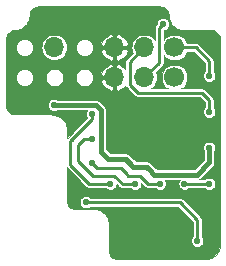
<source format=gbl>
%TF.GenerationSoftware,KiCad,Pcbnew,(5.1.2-1)-1*%
%TF.CreationDate,2020-09-09T12:05:02+02:00*%
%TF.ProjectId,N64 RGB AMP v1,4e363420-5247-4422-9041-4d502076312e,2.21*%
%TF.SameCoordinates,Original*%
%TF.FileFunction,Copper,L2,Bot*%
%TF.FilePolarity,Positive*%
%FSLAX46Y46*%
G04 Gerber Fmt 4.6, Leading zero omitted, Abs format (unit mm)*
G04 Created by KiCad (PCBNEW (5.1.2-1)-1) date 2020-09-09 12:05:02*
%MOMM*%
%LPD*%
G04 APERTURE LIST*
%ADD10O,1.700000X1.700000*%
%ADD11C,1.700000*%
%ADD12C,0.553720*%
%ADD13C,0.400000*%
%ADD14C,0.400000*%
%ADD15C,0.250000*%
%ADD16C,0.100000*%
G04 APERTURE END LIST*
D10*
X124385000Y-149205000D03*
X129465000Y-151745000D03*
X129465000Y-149205000D03*
X132005000Y-151745000D03*
X132005000Y-149205000D03*
D11*
X134545000Y-151745000D03*
X134545000Y-149205000D03*
D12*
X133560200Y-147242300D03*
X131212300Y-160739800D03*
X133302300Y-160739800D03*
X127580200Y-156922300D03*
X127032300Y-162314800D03*
X136470000Y-165557500D03*
X127580200Y-154832300D03*
X129122300Y-160739800D03*
X127580200Y-159012300D03*
X137482300Y-160739800D03*
X137482300Y-157689800D03*
X124345000Y-154071000D03*
X135392300Y-160739800D03*
X137482300Y-151589800D03*
X137482300Y-154639800D03*
X131985200Y-147242300D03*
D13*
X137225000Y-163315000D03*
X137725000Y-163315000D03*
X136335000Y-166715000D03*
X136835000Y-166715000D03*
X135835000Y-166715000D03*
X132175000Y-157405000D03*
X132425000Y-156855000D03*
X131425000Y-156855000D03*
X131675000Y-156305000D03*
X131675000Y-157405000D03*
X132175000Y-156305000D03*
X120450000Y-152190000D03*
X120450000Y-150390000D03*
X120450000Y-153990000D03*
X120450000Y-148590000D03*
X125140000Y-146190000D03*
X138240000Y-161510000D03*
X138240000Y-158460000D03*
X138240000Y-155410000D03*
X138240000Y-152360000D03*
X138240000Y-149310000D03*
X137335000Y-166715000D03*
X131175000Y-157405000D03*
X130925000Y-156855000D03*
X131175000Y-156305000D03*
X131925000Y-156855000D03*
X122835200Y-148590000D03*
D14*
X134629600Y-159970000D02*
X133900000Y-159970000D01*
D15*
X135392300Y-160739800D02*
X137482300Y-160739800D01*
X133560200Y-147242300D02*
X133560200Y-147279800D01*
D14*
X130420000Y-158640000D02*
X130630000Y-158850000D01*
X132530000Y-159660000D02*
X132400000Y-159530000D01*
X130760000Y-158980000D02*
X130630000Y-158850000D01*
X132190000Y-159320000D02*
X132400000Y-159530000D01*
D15*
X126375000Y-156475000D02*
X125839800Y-157010200D01*
X125740000Y-157110000D02*
X126375000Y-156475000D01*
X127345000Y-155505000D02*
X126375000Y-156475000D01*
X126527500Y-157287500D02*
X126892700Y-156922300D01*
X127580200Y-154832300D02*
X127580200Y-155269800D01*
X127580200Y-155269800D02*
X127345000Y-155505000D01*
X126360000Y-157930000D02*
X126360000Y-157455000D01*
X126360000Y-157455000D02*
X126527500Y-157287500D01*
X126360000Y-157930000D02*
X126360000Y-157535000D01*
X125740000Y-157990000D02*
X125740000Y-159150000D01*
X126892700Y-156922300D02*
X127580200Y-156922300D01*
X127580200Y-159012300D02*
X127582300Y-159012300D01*
X128740000Y-160050000D02*
X127620000Y-160050000D01*
X130149800Y-160739800D02*
X129460000Y-160050000D01*
X131212300Y-160739800D02*
X130149800Y-160739800D01*
X129122300Y-160739800D02*
X127329800Y-160739800D01*
X127580200Y-154832300D02*
X127580200Y-155219800D01*
X127032300Y-162314800D02*
X134994800Y-162314800D01*
X129980000Y-159380000D02*
X130350000Y-159750000D01*
X130650000Y-160050000D02*
X130350000Y-159750000D01*
X127582300Y-159012300D02*
X127950000Y-159380000D01*
X128450000Y-159380000D02*
X128630000Y-159380000D01*
X127950000Y-159380000D02*
X128450000Y-159380000D01*
X125740000Y-157990000D02*
X125740000Y-157110000D01*
X129460000Y-160050000D02*
X128740000Y-160050000D01*
X127580200Y-159012300D02*
X127652300Y-159012300D01*
X132329800Y-160739800D02*
X131640000Y-160050000D01*
X133302300Y-160739800D02*
X132329800Y-160739800D01*
X131640000Y-160050000D02*
X130650000Y-160050000D01*
X127580200Y-154832300D02*
X127580200Y-154869800D01*
X129122300Y-160739800D02*
X128879800Y-160739800D01*
X126360000Y-158300000D02*
X126360000Y-158790000D01*
X127620000Y-160050000D02*
X126605000Y-159035000D01*
X126360000Y-158790000D02*
X126605000Y-159035000D01*
X126360000Y-158690000D02*
X126360000Y-158300000D01*
X127329800Y-160739800D02*
X125740000Y-159150000D01*
X126360000Y-158300000D02*
X126360000Y-157930000D01*
X128450000Y-159380000D02*
X129980000Y-159380000D01*
X130350000Y-159750000D02*
X130560000Y-159960000D01*
X133560200Y-147242300D02*
X133557700Y-147242300D01*
X133270000Y-147530000D02*
X133270000Y-150480000D01*
X133557700Y-147242300D02*
X133270000Y-147530000D01*
X133270000Y-150480000D02*
X132005000Y-151745000D01*
D14*
X131880000Y-159290000D02*
X132160000Y-159290000D01*
D15*
X136470000Y-163790000D02*
X136470000Y-165557500D01*
X134994800Y-162314800D02*
X136470000Y-163790000D01*
D14*
X133900000Y-159970000D02*
X132840000Y-159970000D01*
X132160000Y-159290000D02*
X132360000Y-159490000D01*
X132840000Y-159970000D02*
X132360000Y-159490000D01*
X132360000Y-159490000D02*
X132190000Y-159320000D01*
X128330000Y-158020000D02*
X128920000Y-158610000D01*
X128920000Y-158610000D02*
X130390000Y-158610000D01*
X130390000Y-158610000D02*
X131070000Y-159290000D01*
X131660000Y-159290000D02*
X131550000Y-159290000D01*
X131550000Y-159290000D02*
X131880000Y-159290000D01*
X131310000Y-159290000D02*
X131550000Y-159290000D01*
X131070000Y-159290000D02*
X131660000Y-159290000D01*
X131660000Y-159290000D02*
X132130000Y-159290000D01*
X137482300Y-158927700D02*
X137482300Y-157689800D01*
X136440000Y-159970000D02*
X137482300Y-158927700D01*
X133900000Y-159970000D02*
X136440000Y-159970000D01*
D15*
X130740000Y-150470000D02*
X132005000Y-149205000D01*
X137482300Y-151589800D02*
X137482300Y-150352300D01*
X136335000Y-149205000D02*
X134545000Y-149205000D01*
X137482300Y-150352300D02*
X136335000Y-149205000D01*
X130740000Y-150860000D02*
X130740000Y-152320000D01*
X131060000Y-152640000D02*
X130790000Y-152370000D01*
X130740000Y-152320000D02*
X131060000Y-152640000D01*
X130740000Y-150860000D02*
X130740000Y-150470000D01*
X131060000Y-152640000D02*
X131220000Y-152800000D01*
X131220000Y-152800000D02*
X131460000Y-153040000D01*
X137482300Y-154639800D02*
X137482300Y-153672300D01*
X136850000Y-153040000D02*
X131460000Y-153040000D01*
X137482300Y-153672300D02*
X136850000Y-153040000D01*
D14*
X124345000Y-154071000D02*
X126639000Y-154071000D01*
X127861000Y-154071000D02*
X128045000Y-154255000D01*
X127141000Y-154071000D02*
X127861000Y-154071000D01*
X127141000Y-154071000D02*
X127771000Y-154071000D01*
X128045000Y-154255000D02*
X128310000Y-154520000D01*
X126639000Y-154071000D02*
X127141000Y-154071000D01*
X128330000Y-155470000D02*
X128330000Y-154540000D01*
X128330000Y-154630000D02*
X128330000Y-155470000D01*
X128330000Y-154540000D02*
X128045000Y-154255000D01*
X128330000Y-155470000D02*
X128330000Y-158020000D01*
D16*
G36*
X133445443Y-145745460D02*
G01*
X133585346Y-145787699D01*
X133714381Y-145856308D01*
X133827631Y-145948672D01*
X133920785Y-146061275D01*
X133990290Y-146189823D01*
X134033508Y-146329437D01*
X134050021Y-146486541D01*
X134050025Y-146487840D01*
X134051129Y-146498716D01*
X134051053Y-146509639D01*
X134051394Y-146513114D01*
X134071795Y-146707211D01*
X134076350Y-146729403D01*
X134080596Y-146751663D01*
X134081605Y-146755005D01*
X134139317Y-146941443D01*
X134148088Y-146962307D01*
X134156585Y-146983339D01*
X134158225Y-146986422D01*
X134251050Y-147158098D01*
X134263705Y-147176861D01*
X134276127Y-147195844D01*
X134278328Y-147198542D01*
X134278333Y-147198549D01*
X134278339Y-147198555D01*
X134402738Y-147348927D01*
X134418790Y-147364868D01*
X134434668Y-147381082D01*
X134437353Y-147383302D01*
X134437359Y-147383308D01*
X134437366Y-147383312D01*
X134588601Y-147506657D01*
X134607450Y-147519181D01*
X134626169Y-147531998D01*
X134629240Y-147533658D01*
X134801563Y-147625283D01*
X134822501Y-147633913D01*
X134843337Y-147642844D01*
X134846666Y-147643874D01*
X134846673Y-147643877D01*
X134846680Y-147643878D01*
X135033508Y-147700285D01*
X135055719Y-147704683D01*
X135077898Y-147709397D01*
X135081370Y-147709762D01*
X135275604Y-147728807D01*
X135275613Y-147728807D01*
X135287725Y-147730000D01*
X137637771Y-147730000D01*
X137795443Y-147745460D01*
X137935346Y-147787699D01*
X138064381Y-147856308D01*
X138177631Y-147948672D01*
X138270785Y-148061275D01*
X138340290Y-148189823D01*
X138383508Y-148329437D01*
X138400001Y-148486356D01*
X138400000Y-165857772D01*
X138375018Y-166112560D01*
X138304574Y-166345881D01*
X138190153Y-166561075D01*
X138036115Y-166749945D01*
X137848320Y-166905303D01*
X137633932Y-167021223D01*
X137401107Y-167093294D01*
X137147013Y-167120000D01*
X129742228Y-167120000D01*
X129586498Y-167104731D01*
X129448465Y-167063056D01*
X129321154Y-166995363D01*
X129209418Y-166904234D01*
X129117506Y-166793132D01*
X129048927Y-166666298D01*
X129006288Y-166528554D01*
X128990000Y-166373584D01*
X128990000Y-164127725D01*
X128988904Y-164116593D01*
X128988947Y-164110360D01*
X128988606Y-164106886D01*
X128968205Y-163912789D01*
X128963650Y-163890597D01*
X128959404Y-163868337D01*
X128958395Y-163864995D01*
X128900683Y-163678557D01*
X128891918Y-163657706D01*
X128883415Y-163636660D01*
X128881775Y-163633578D01*
X128788950Y-163461901D01*
X128776294Y-163443137D01*
X128763873Y-163424156D01*
X128761666Y-163421450D01*
X128637262Y-163271073D01*
X128621210Y-163255132D01*
X128605332Y-163238918D01*
X128602647Y-163236698D01*
X128602641Y-163236692D01*
X128602634Y-163236688D01*
X128451399Y-163113343D01*
X128432550Y-163100819D01*
X128413831Y-163088002D01*
X128410760Y-163086342D01*
X128238438Y-162994717D01*
X128217526Y-162986098D01*
X128196663Y-162977156D01*
X128193328Y-162976124D01*
X128006492Y-162919715D01*
X127984266Y-162915314D01*
X127962101Y-162910603D01*
X127958630Y-162910238D01*
X127764396Y-162891193D01*
X127764387Y-162891193D01*
X127752275Y-162890000D01*
X126182228Y-162890000D01*
X126026498Y-162874731D01*
X125888465Y-162833056D01*
X125761154Y-162765363D01*
X125649418Y-162674234D01*
X125557506Y-162563132D01*
X125488927Y-162436298D01*
X125446288Y-162298554D01*
X125442594Y-162263401D01*
X126510440Y-162263401D01*
X126510440Y-162366199D01*
X126530495Y-162467021D01*
X126569834Y-162561993D01*
X126626945Y-162647466D01*
X126699634Y-162720155D01*
X126785107Y-162777266D01*
X126880079Y-162816605D01*
X126980901Y-162836660D01*
X127083699Y-162836660D01*
X127184521Y-162816605D01*
X127279493Y-162777266D01*
X127364966Y-162720155D01*
X127400321Y-162684800D01*
X134841542Y-162684800D01*
X136100000Y-163943259D01*
X136100001Y-165189478D01*
X136064645Y-165224834D01*
X136007534Y-165310307D01*
X135968195Y-165405279D01*
X135948140Y-165506101D01*
X135948140Y-165608899D01*
X135968195Y-165709721D01*
X136007534Y-165804693D01*
X136064645Y-165890166D01*
X136137334Y-165962855D01*
X136222807Y-166019966D01*
X136317779Y-166059305D01*
X136418601Y-166079360D01*
X136521399Y-166079360D01*
X136622221Y-166059305D01*
X136717193Y-166019966D01*
X136802666Y-165962855D01*
X136875355Y-165890166D01*
X136932466Y-165804693D01*
X136971805Y-165709721D01*
X136991860Y-165608899D01*
X136991860Y-165506101D01*
X136971805Y-165405279D01*
X136932466Y-165310307D01*
X136875355Y-165224834D01*
X136840000Y-165189479D01*
X136840000Y-163808164D01*
X136841789Y-163790000D01*
X136840000Y-163771836D01*
X136840000Y-163771826D01*
X136834646Y-163717467D01*
X136813489Y-163647722D01*
X136779132Y-163583445D01*
X136748738Y-163546410D01*
X136744480Y-163541221D01*
X136744478Y-163541219D01*
X136732895Y-163527105D01*
X136718782Y-163515523D01*
X135269283Y-162066025D01*
X135257695Y-162051905D01*
X135201355Y-162005668D01*
X135137078Y-161971311D01*
X135067333Y-161950154D01*
X135012974Y-161944800D01*
X135012963Y-161944800D01*
X134994800Y-161943011D01*
X134976637Y-161944800D01*
X127400321Y-161944800D01*
X127364966Y-161909445D01*
X127279493Y-161852334D01*
X127184521Y-161812995D01*
X127083699Y-161792940D01*
X126980901Y-161792940D01*
X126880079Y-161812995D01*
X126785107Y-161852334D01*
X126699634Y-161909445D01*
X126626945Y-161982134D01*
X126569834Y-162067607D01*
X126530495Y-162162579D01*
X126510440Y-162263401D01*
X125442594Y-162263401D01*
X125430000Y-162143584D01*
X125430000Y-159354931D01*
X125430868Y-159356555D01*
X125465520Y-159398778D01*
X125477106Y-159412895D01*
X125491220Y-159424478D01*
X127055322Y-160988581D01*
X127066905Y-161002695D01*
X127123245Y-161048932D01*
X127187522Y-161083289D01*
X127257267Y-161104446D01*
X127311626Y-161109800D01*
X127311636Y-161109800D01*
X127329800Y-161111589D01*
X127347964Y-161109800D01*
X128754279Y-161109800D01*
X128789634Y-161145155D01*
X128875107Y-161202266D01*
X128970079Y-161241605D01*
X129070901Y-161261660D01*
X129173699Y-161261660D01*
X129274521Y-161241605D01*
X129369493Y-161202266D01*
X129454966Y-161145155D01*
X129527655Y-161072466D01*
X129584766Y-160986993D01*
X129624105Y-160892021D01*
X129644160Y-160791199D01*
X129644160Y-160757419D01*
X129875322Y-160988581D01*
X129886905Y-161002695D01*
X129901019Y-161014278D01*
X129901021Y-161014280D01*
X129943245Y-161048932D01*
X130007522Y-161083289D01*
X130077267Y-161104446D01*
X130149800Y-161111590D01*
X130167974Y-161109800D01*
X130844279Y-161109800D01*
X130879634Y-161145155D01*
X130965107Y-161202266D01*
X131060079Y-161241605D01*
X131160901Y-161261660D01*
X131263699Y-161261660D01*
X131364521Y-161241605D01*
X131459493Y-161202266D01*
X131544966Y-161145155D01*
X131617655Y-161072466D01*
X131674766Y-160986993D01*
X131714105Y-160892021D01*
X131734160Y-160791199D01*
X131734160Y-160688401D01*
X131728950Y-160662208D01*
X132055322Y-160988581D01*
X132066905Y-161002695D01*
X132081019Y-161014278D01*
X132081021Y-161014280D01*
X132123245Y-161048932D01*
X132187522Y-161083289D01*
X132257267Y-161104446D01*
X132329800Y-161111590D01*
X132347974Y-161109800D01*
X132934279Y-161109800D01*
X132969634Y-161145155D01*
X133055107Y-161202266D01*
X133150079Y-161241605D01*
X133250901Y-161261660D01*
X133353699Y-161261660D01*
X133454521Y-161241605D01*
X133549493Y-161202266D01*
X133634966Y-161145155D01*
X133707655Y-161072466D01*
X133764766Y-160986993D01*
X133804105Y-160892021D01*
X133824160Y-160791199D01*
X133824160Y-160688401D01*
X133804105Y-160587579D01*
X133764766Y-160492607D01*
X133712911Y-160415000D01*
X134981689Y-160415000D01*
X134929834Y-160492607D01*
X134890495Y-160587579D01*
X134870440Y-160688401D01*
X134870440Y-160791199D01*
X134890495Y-160892021D01*
X134929834Y-160986993D01*
X134986945Y-161072466D01*
X135059634Y-161145155D01*
X135145107Y-161202266D01*
X135240079Y-161241605D01*
X135340901Y-161261660D01*
X135443699Y-161261660D01*
X135544521Y-161241605D01*
X135639493Y-161202266D01*
X135724966Y-161145155D01*
X135760321Y-161109800D01*
X137114279Y-161109800D01*
X137149634Y-161145155D01*
X137235107Y-161202266D01*
X137330079Y-161241605D01*
X137430901Y-161261660D01*
X137533699Y-161261660D01*
X137634521Y-161241605D01*
X137729493Y-161202266D01*
X137814966Y-161145155D01*
X137887655Y-161072466D01*
X137944766Y-160986993D01*
X137984105Y-160892021D01*
X138004160Y-160791199D01*
X138004160Y-160688401D01*
X137984105Y-160587579D01*
X137944766Y-160492607D01*
X137887655Y-160407134D01*
X137814966Y-160334445D01*
X137729493Y-160277334D01*
X137634521Y-160237995D01*
X137533699Y-160217940D01*
X137430901Y-160217940D01*
X137330079Y-160237995D01*
X137235107Y-160277334D01*
X137149634Y-160334445D01*
X137114279Y-160369800D01*
X136636030Y-160369800D01*
X136688425Y-160341794D01*
X136756185Y-160286185D01*
X136770125Y-160269199D01*
X137781511Y-159257815D01*
X137798485Y-159243885D01*
X137812416Y-159226910D01*
X137812420Y-159226906D01*
X137854094Y-159176125D01*
X137855328Y-159173816D01*
X137895416Y-159098818D01*
X137920861Y-159014935D01*
X137927300Y-158949560D01*
X137927300Y-158949559D01*
X137929453Y-158927700D01*
X137927300Y-158905840D01*
X137927300Y-157963133D01*
X137944766Y-157936993D01*
X137984105Y-157842021D01*
X138004160Y-157741199D01*
X138004160Y-157638401D01*
X137984105Y-157537579D01*
X137944766Y-157442607D01*
X137887655Y-157357134D01*
X137814966Y-157284445D01*
X137729493Y-157227334D01*
X137634521Y-157187995D01*
X137533699Y-157167940D01*
X137430901Y-157167940D01*
X137330079Y-157187995D01*
X137235107Y-157227334D01*
X137149634Y-157284445D01*
X137076945Y-157357134D01*
X137019834Y-157442607D01*
X136980495Y-157537579D01*
X136960440Y-157638401D01*
X136960440Y-157741199D01*
X136980495Y-157842021D01*
X137019834Y-157936993D01*
X137037301Y-157963134D01*
X137037300Y-158743374D01*
X136255676Y-159525000D01*
X133024325Y-159525000D01*
X132659205Y-159159881D01*
X132490125Y-158990801D01*
X132476185Y-158973815D01*
X132408425Y-158918206D01*
X132331118Y-158876884D01*
X132247235Y-158851439D01*
X132181860Y-158845000D01*
X132160000Y-158842847D01*
X132138140Y-158845000D01*
X131254325Y-158845000D01*
X130720125Y-158310801D01*
X130706185Y-158293815D01*
X130638425Y-158238206D01*
X130561118Y-158196884D01*
X130477235Y-158171439D01*
X130411860Y-158165000D01*
X130390000Y-158162847D01*
X130368140Y-158165000D01*
X129104325Y-158165000D01*
X128775000Y-157835676D01*
X128775000Y-154561860D01*
X128777153Y-154540000D01*
X128768561Y-154452765D01*
X128766791Y-154446931D01*
X128743116Y-154368882D01*
X128701794Y-154291575D01*
X128646185Y-154223815D01*
X128629199Y-154209875D01*
X128191125Y-153771801D01*
X128177185Y-153754815D01*
X128109425Y-153699206D01*
X128032118Y-153657884D01*
X127948235Y-153632439D01*
X127882860Y-153626000D01*
X127861000Y-153623847D01*
X127839140Y-153626000D01*
X124618333Y-153626000D01*
X124592193Y-153608534D01*
X124497221Y-153569195D01*
X124396399Y-153549140D01*
X124293601Y-153549140D01*
X124192779Y-153569195D01*
X124097807Y-153608534D01*
X124012334Y-153665645D01*
X123939645Y-153738334D01*
X123882534Y-153823807D01*
X123843195Y-153918779D01*
X123823140Y-154019601D01*
X123823140Y-154122399D01*
X123843195Y-154223221D01*
X123882534Y-154318193D01*
X123939645Y-154403666D01*
X124012334Y-154476355D01*
X124097807Y-154533466D01*
X124192779Y-154572805D01*
X124293601Y-154592860D01*
X124396399Y-154592860D01*
X124497221Y-154572805D01*
X124592193Y-154533466D01*
X124618333Y-154516000D01*
X127163910Y-154516000D01*
X127117734Y-154585107D01*
X127078395Y-154680079D01*
X127058340Y-154780901D01*
X127058340Y-154883699D01*
X127078395Y-154984521D01*
X127117734Y-155079493D01*
X127169610Y-155157132D01*
X127096227Y-155230515D01*
X127096221Y-155230520D01*
X126126226Y-156200516D01*
X126126221Y-156200520D01*
X125491220Y-156835522D01*
X125477106Y-156847105D01*
X125465523Y-156861219D01*
X125465520Y-156861222D01*
X125430868Y-156903445D01*
X125430000Y-156905069D01*
X125430000Y-156117725D01*
X125428904Y-156106593D01*
X125428947Y-156100360D01*
X125428606Y-156096886D01*
X125408205Y-155902789D01*
X125403650Y-155880597D01*
X125399404Y-155858337D01*
X125398395Y-155854995D01*
X125340683Y-155668557D01*
X125331918Y-155647706D01*
X125323415Y-155626660D01*
X125321775Y-155623578D01*
X125228950Y-155451901D01*
X125216294Y-155433137D01*
X125203873Y-155414156D01*
X125201666Y-155411450D01*
X125077262Y-155261073D01*
X125061210Y-155245132D01*
X125045332Y-155228918D01*
X125042647Y-155226698D01*
X125042641Y-155226692D01*
X125042634Y-155226688D01*
X124891399Y-155103343D01*
X124872550Y-155090819D01*
X124853831Y-155078002D01*
X124850760Y-155076342D01*
X124678438Y-154984717D01*
X124657526Y-154976098D01*
X124636663Y-154967156D01*
X124633328Y-154966124D01*
X124446492Y-154909715D01*
X124424266Y-154905314D01*
X124402101Y-154900603D01*
X124398630Y-154900238D01*
X124204396Y-154881193D01*
X124204387Y-154881193D01*
X124192275Y-154880000D01*
X121042229Y-154880000D01*
X120884557Y-154864540D01*
X120744654Y-154822301D01*
X120615617Y-154753691D01*
X120502371Y-154661330D01*
X120409215Y-154548724D01*
X120339709Y-154420175D01*
X120296492Y-154280563D01*
X120280000Y-154123654D01*
X120280000Y-151671624D01*
X121100000Y-151671624D01*
X121100000Y-151818376D01*
X121128630Y-151962309D01*
X121184789Y-152097890D01*
X121266321Y-152219910D01*
X121370090Y-152323679D01*
X121492110Y-152405211D01*
X121627691Y-152461370D01*
X121771624Y-152490000D01*
X121918376Y-152490000D01*
X122062309Y-152461370D01*
X122197890Y-152405211D01*
X122319910Y-152323679D01*
X122423679Y-152219910D01*
X122505211Y-152097890D01*
X122561370Y-151962309D01*
X122590000Y-151818376D01*
X122590000Y-151745000D01*
X123636396Y-151745000D01*
X123650780Y-151891045D01*
X123693380Y-152031478D01*
X123762559Y-152160902D01*
X123855657Y-152274343D01*
X123969098Y-152367441D01*
X124098522Y-152436620D01*
X124238955Y-152479220D01*
X124348408Y-152490000D01*
X124421592Y-152490000D01*
X124531045Y-152479220D01*
X124671478Y-152436620D01*
X124800902Y-152367441D01*
X124914343Y-152274343D01*
X125007441Y-152160902D01*
X125076620Y-152031478D01*
X125119220Y-151891045D01*
X125133604Y-151745000D01*
X126176396Y-151745000D01*
X126190780Y-151891045D01*
X126233380Y-152031478D01*
X126302559Y-152160902D01*
X126395657Y-152274343D01*
X126509098Y-152367441D01*
X126638522Y-152436620D01*
X126778955Y-152479220D01*
X126888408Y-152490000D01*
X126961592Y-152490000D01*
X127071045Y-152479220D01*
X127211478Y-152436620D01*
X127340902Y-152367441D01*
X127454343Y-152274343D01*
X127547441Y-152160902D01*
X127599795Y-152062954D01*
X128355659Y-152062954D01*
X128439004Y-152273266D01*
X128561778Y-152463277D01*
X128719262Y-152625685D01*
X128905404Y-152754249D01*
X129113051Y-152844028D01*
X129147047Y-152854334D01*
X129324500Y-152813805D01*
X129324500Y-151885500D01*
X128395578Y-151885500D01*
X128355659Y-152062954D01*
X127599795Y-152062954D01*
X127616620Y-152031478D01*
X127659220Y-151891045D01*
X127673604Y-151745000D01*
X127659220Y-151598955D01*
X127616620Y-151458522D01*
X127599796Y-151427046D01*
X128355659Y-151427046D01*
X128395578Y-151604500D01*
X129324500Y-151604500D01*
X129324500Y-150676195D01*
X129605500Y-150676195D01*
X129605500Y-151604500D01*
X129625500Y-151604500D01*
X129625500Y-151885500D01*
X129605500Y-151885500D01*
X129605500Y-152813805D01*
X129782953Y-152854334D01*
X129816949Y-152844028D01*
X130024596Y-152754249D01*
X130210738Y-152625685D01*
X130368222Y-152463277D01*
X130387680Y-152433163D01*
X130396511Y-152462277D01*
X130430868Y-152526555D01*
X130464445Y-152567468D01*
X130477106Y-152582895D01*
X130491220Y-152594478D01*
X130673846Y-152777105D01*
X130811221Y-152914480D01*
X130811227Y-152914485D01*
X131185517Y-153288775D01*
X131197105Y-153302895D01*
X131227437Y-153327788D01*
X131253444Y-153349132D01*
X131275834Y-153361099D01*
X131317722Y-153383489D01*
X131387467Y-153404646D01*
X131441826Y-153410000D01*
X131441835Y-153410000D01*
X131459999Y-153411789D01*
X131478163Y-153410000D01*
X136696742Y-153410000D01*
X137112301Y-153825560D01*
X137112300Y-154271779D01*
X137076945Y-154307134D01*
X137019834Y-154392607D01*
X136980495Y-154487579D01*
X136960440Y-154588401D01*
X136960440Y-154691199D01*
X136980495Y-154792021D01*
X137019834Y-154886993D01*
X137076945Y-154972466D01*
X137149634Y-155045155D01*
X137235107Y-155102266D01*
X137330079Y-155141605D01*
X137430901Y-155161660D01*
X137533699Y-155161660D01*
X137634521Y-155141605D01*
X137729493Y-155102266D01*
X137814966Y-155045155D01*
X137887655Y-154972466D01*
X137944766Y-154886993D01*
X137984105Y-154792021D01*
X138004160Y-154691199D01*
X138004160Y-154588401D01*
X137984105Y-154487579D01*
X137944766Y-154392607D01*
X137887655Y-154307134D01*
X137852300Y-154271779D01*
X137852300Y-153690463D01*
X137854089Y-153672299D01*
X137852300Y-153654135D01*
X137852300Y-153654126D01*
X137846946Y-153599767D01*
X137825789Y-153530022D01*
X137803399Y-153488134D01*
X137791432Y-153465744D01*
X137756780Y-153423521D01*
X137756778Y-153423519D01*
X137745195Y-153409405D01*
X137731081Y-153397822D01*
X137124483Y-152791225D01*
X137112895Y-152777105D01*
X137056555Y-152730868D01*
X136992278Y-152696511D01*
X136922533Y-152675354D01*
X136868174Y-152670000D01*
X136868163Y-152670000D01*
X136850000Y-152668211D01*
X136831837Y-152670000D01*
X135131587Y-152670000D01*
X135243022Y-152595542D01*
X135395542Y-152443022D01*
X135515376Y-152263677D01*
X135597920Y-152064400D01*
X135640000Y-151852848D01*
X135640000Y-151637152D01*
X135597920Y-151425600D01*
X135515376Y-151226323D01*
X135395542Y-151046978D01*
X135243022Y-150894458D01*
X135063677Y-150774624D01*
X134864400Y-150692080D01*
X134652848Y-150650000D01*
X134437152Y-150650000D01*
X134225600Y-150692080D01*
X134026323Y-150774624D01*
X133846978Y-150894458D01*
X133694458Y-151046978D01*
X133574624Y-151226323D01*
X133492080Y-151425600D01*
X133450000Y-151637152D01*
X133450000Y-151852848D01*
X133492080Y-152064400D01*
X133574624Y-152263677D01*
X133694458Y-152443022D01*
X133846978Y-152595542D01*
X133958413Y-152670000D01*
X132597330Y-152670000D01*
X132616293Y-152659864D01*
X132783028Y-152523028D01*
X132919864Y-152356293D01*
X133021543Y-152166066D01*
X133084156Y-151959657D01*
X133105298Y-151745000D01*
X133084156Y-151530343D01*
X133021543Y-151323934D01*
X132996387Y-151276871D01*
X133518781Y-150754478D01*
X133532895Y-150742895D01*
X133548329Y-150724089D01*
X133579132Y-150686556D01*
X133613489Y-150622278D01*
X133621125Y-150597105D01*
X133634646Y-150552533D01*
X133640000Y-150498174D01*
X133640000Y-150498165D01*
X133641789Y-150480001D01*
X133640000Y-150461837D01*
X133640000Y-149821520D01*
X133694458Y-149903022D01*
X133846978Y-150055542D01*
X134026323Y-150175376D01*
X134225600Y-150257920D01*
X134437152Y-150300000D01*
X134652848Y-150300000D01*
X134864400Y-150257920D01*
X135063677Y-150175376D01*
X135243022Y-150055542D01*
X135395542Y-149903022D01*
X135515376Y-149723677D01*
X135576961Y-149575000D01*
X136181742Y-149575000D01*
X137112301Y-150505560D01*
X137112300Y-151221779D01*
X137076945Y-151257134D01*
X137019834Y-151342607D01*
X136980495Y-151437579D01*
X136960440Y-151538401D01*
X136960440Y-151641199D01*
X136980495Y-151742021D01*
X137019834Y-151836993D01*
X137076945Y-151922466D01*
X137149634Y-151995155D01*
X137235107Y-152052266D01*
X137330079Y-152091605D01*
X137430901Y-152111660D01*
X137533699Y-152111660D01*
X137634521Y-152091605D01*
X137729493Y-152052266D01*
X137814966Y-151995155D01*
X137887655Y-151922466D01*
X137944766Y-151836993D01*
X137984105Y-151742021D01*
X138004160Y-151641199D01*
X138004160Y-151538401D01*
X137984105Y-151437579D01*
X137944766Y-151342607D01*
X137887655Y-151257134D01*
X137852300Y-151221779D01*
X137852300Y-150370463D01*
X137854089Y-150352299D01*
X137852300Y-150334135D01*
X137852300Y-150334126D01*
X137846946Y-150279767D01*
X137825789Y-150210022D01*
X137803399Y-150168134D01*
X137791432Y-150145744D01*
X137756780Y-150103521D01*
X137756778Y-150103519D01*
X137745195Y-150089405D01*
X137731081Y-150077822D01*
X136609483Y-148956225D01*
X136597895Y-148942105D01*
X136541555Y-148895868D01*
X136477278Y-148861511D01*
X136407533Y-148840354D01*
X136353174Y-148835000D01*
X136353163Y-148835000D01*
X136335000Y-148833211D01*
X136316837Y-148835000D01*
X135576961Y-148835000D01*
X135515376Y-148686323D01*
X135395542Y-148506978D01*
X135243022Y-148354458D01*
X135063677Y-148234624D01*
X134864400Y-148152080D01*
X134652848Y-148110000D01*
X134437152Y-148110000D01*
X134225600Y-148152080D01*
X134026323Y-148234624D01*
X133846978Y-148354458D01*
X133694458Y-148506978D01*
X133640000Y-148588480D01*
X133640000Y-147758511D01*
X133712421Y-147744105D01*
X133807393Y-147704766D01*
X133892866Y-147647655D01*
X133965555Y-147574966D01*
X134022666Y-147489493D01*
X134062005Y-147394521D01*
X134082060Y-147293699D01*
X134082060Y-147190901D01*
X134062005Y-147090079D01*
X134022666Y-146995107D01*
X133965555Y-146909634D01*
X133892866Y-146836945D01*
X133807393Y-146779834D01*
X133712421Y-146740495D01*
X133611599Y-146720440D01*
X133508801Y-146720440D01*
X133407979Y-146740495D01*
X133313007Y-146779834D01*
X133227534Y-146836945D01*
X133154845Y-146909634D01*
X133097734Y-146995107D01*
X133058395Y-147090079D01*
X133038340Y-147190901D01*
X133038340Y-147238402D01*
X133021224Y-147255518D01*
X133007105Y-147267105D01*
X132992834Y-147284495D01*
X132960868Y-147323445D01*
X132928573Y-147383866D01*
X132926511Y-147387723D01*
X132905354Y-147457468D01*
X132900000Y-147511827D01*
X132900000Y-147511837D01*
X132898211Y-147530000D01*
X132900000Y-147548164D01*
X132900000Y-148569503D01*
X132783028Y-148426972D01*
X132616293Y-148290136D01*
X132426066Y-148188457D01*
X132219657Y-148125844D01*
X132058791Y-148110000D01*
X131951209Y-148110000D01*
X131790343Y-148125844D01*
X131583934Y-148188457D01*
X131393707Y-148290136D01*
X131226972Y-148426972D01*
X131090136Y-148593707D01*
X130988457Y-148783934D01*
X130925844Y-148990343D01*
X130904702Y-149205000D01*
X130925844Y-149419657D01*
X130988457Y-149626066D01*
X131013613Y-149673129D01*
X130491220Y-150195522D01*
X130477106Y-150207105D01*
X130465523Y-150221219D01*
X130465520Y-150221222D01*
X130430868Y-150263445D01*
X130396511Y-150327723D01*
X130394569Y-150334126D01*
X130375354Y-150397467D01*
X130370000Y-150451826D01*
X130370000Y-150451837D01*
X130368211Y-150470000D01*
X130370000Y-150488163D01*
X130370000Y-151029475D01*
X130368222Y-151026723D01*
X130210738Y-150864315D01*
X130024596Y-150735751D01*
X129816949Y-150645972D01*
X129782953Y-150635666D01*
X129605500Y-150676195D01*
X129324500Y-150676195D01*
X129147047Y-150635666D01*
X129113051Y-150645972D01*
X128905404Y-150735751D01*
X128719262Y-150864315D01*
X128561778Y-151026723D01*
X128439004Y-151216734D01*
X128355659Y-151427046D01*
X127599796Y-151427046D01*
X127547441Y-151329098D01*
X127454343Y-151215657D01*
X127340902Y-151122559D01*
X127211478Y-151053380D01*
X127071045Y-151010780D01*
X126961592Y-151000000D01*
X126888408Y-151000000D01*
X126778955Y-151010780D01*
X126638522Y-151053380D01*
X126509098Y-151122559D01*
X126395657Y-151215657D01*
X126302559Y-151329098D01*
X126233380Y-151458522D01*
X126190780Y-151598955D01*
X126176396Y-151745000D01*
X125133604Y-151745000D01*
X125119220Y-151598955D01*
X125076620Y-151458522D01*
X125007441Y-151329098D01*
X124914343Y-151215657D01*
X124800902Y-151122559D01*
X124671478Y-151053380D01*
X124531045Y-151010780D01*
X124421592Y-151000000D01*
X124348408Y-151000000D01*
X124238955Y-151010780D01*
X124098522Y-151053380D01*
X123969098Y-151122559D01*
X123855657Y-151215657D01*
X123762559Y-151329098D01*
X123693380Y-151458522D01*
X123650780Y-151598955D01*
X123636396Y-151745000D01*
X122590000Y-151745000D01*
X122590000Y-151671624D01*
X122561370Y-151527691D01*
X122505211Y-151392110D01*
X122423679Y-151270090D01*
X122319910Y-151166321D01*
X122197890Y-151084789D01*
X122062309Y-151028630D01*
X121918376Y-151000000D01*
X121771624Y-151000000D01*
X121627691Y-151028630D01*
X121492110Y-151084789D01*
X121370090Y-151166321D01*
X121266321Y-151270090D01*
X121184789Y-151392110D01*
X121128630Y-151527691D01*
X121100000Y-151671624D01*
X120280000Y-151671624D01*
X120280000Y-149131624D01*
X121100000Y-149131624D01*
X121100000Y-149278376D01*
X121128630Y-149422309D01*
X121184789Y-149557890D01*
X121266321Y-149679910D01*
X121370090Y-149783679D01*
X121492110Y-149865211D01*
X121627691Y-149921370D01*
X121771624Y-149950000D01*
X121918376Y-149950000D01*
X122062309Y-149921370D01*
X122197890Y-149865211D01*
X122319910Y-149783679D01*
X122423679Y-149679910D01*
X122505211Y-149557890D01*
X122561370Y-149422309D01*
X122590000Y-149278376D01*
X122590000Y-149205000D01*
X123284702Y-149205000D01*
X123305844Y-149419657D01*
X123368457Y-149626066D01*
X123470136Y-149816293D01*
X123606972Y-149983028D01*
X123773707Y-150119864D01*
X123963934Y-150221543D01*
X124170343Y-150284156D01*
X124331209Y-150300000D01*
X124438791Y-150300000D01*
X124599657Y-150284156D01*
X124806066Y-150221543D01*
X124996293Y-150119864D01*
X125163028Y-149983028D01*
X125299864Y-149816293D01*
X125401543Y-149626066D01*
X125464156Y-149419657D01*
X125485298Y-149205000D01*
X125478072Y-149131624D01*
X126180000Y-149131624D01*
X126180000Y-149278376D01*
X126208630Y-149422309D01*
X126264789Y-149557890D01*
X126346321Y-149679910D01*
X126450090Y-149783679D01*
X126572110Y-149865211D01*
X126707691Y-149921370D01*
X126851624Y-149950000D01*
X126998376Y-149950000D01*
X127142309Y-149921370D01*
X127277890Y-149865211D01*
X127399910Y-149783679D01*
X127503679Y-149679910D01*
X127585211Y-149557890D01*
X127599681Y-149522954D01*
X128355659Y-149522954D01*
X128439004Y-149733266D01*
X128561778Y-149923277D01*
X128719262Y-150085685D01*
X128905404Y-150214249D01*
X129113051Y-150304028D01*
X129147047Y-150314334D01*
X129324500Y-150273805D01*
X129324500Y-149345500D01*
X129605500Y-149345500D01*
X129605500Y-150273805D01*
X129782953Y-150314334D01*
X129816949Y-150304028D01*
X130024596Y-150214249D01*
X130210738Y-150085685D01*
X130368222Y-149923277D01*
X130490996Y-149733266D01*
X130574341Y-149522954D01*
X130534422Y-149345500D01*
X129605500Y-149345500D01*
X129324500Y-149345500D01*
X128395578Y-149345500D01*
X128355659Y-149522954D01*
X127599681Y-149522954D01*
X127641370Y-149422309D01*
X127670000Y-149278376D01*
X127670000Y-149131624D01*
X127641370Y-148987691D01*
X127599682Y-148887046D01*
X128355659Y-148887046D01*
X128395578Y-149064500D01*
X129324500Y-149064500D01*
X129324500Y-148136195D01*
X129605500Y-148136195D01*
X129605500Y-149064500D01*
X130534422Y-149064500D01*
X130574341Y-148887046D01*
X130490996Y-148676734D01*
X130368222Y-148486723D01*
X130210738Y-148324315D01*
X130024596Y-148195751D01*
X129816949Y-148105972D01*
X129782953Y-148095666D01*
X129605500Y-148136195D01*
X129324500Y-148136195D01*
X129147047Y-148095666D01*
X129113051Y-148105972D01*
X128905404Y-148195751D01*
X128719262Y-148324315D01*
X128561778Y-148486723D01*
X128439004Y-148676734D01*
X128355659Y-148887046D01*
X127599682Y-148887046D01*
X127585211Y-148852110D01*
X127503679Y-148730090D01*
X127399910Y-148626321D01*
X127277890Y-148544789D01*
X127142309Y-148488630D01*
X126998376Y-148460000D01*
X126851624Y-148460000D01*
X126707691Y-148488630D01*
X126572110Y-148544789D01*
X126450090Y-148626321D01*
X126346321Y-148730090D01*
X126264789Y-148852110D01*
X126208630Y-148987691D01*
X126180000Y-149131624D01*
X125478072Y-149131624D01*
X125464156Y-148990343D01*
X125401543Y-148783934D01*
X125299864Y-148593707D01*
X125163028Y-148426972D01*
X124996293Y-148290136D01*
X124806066Y-148188457D01*
X124599657Y-148125844D01*
X124438791Y-148110000D01*
X124331209Y-148110000D01*
X124170343Y-148125844D01*
X123963934Y-148188457D01*
X123773707Y-148290136D01*
X123606972Y-148426972D01*
X123470136Y-148593707D01*
X123368457Y-148783934D01*
X123305844Y-148990343D01*
X123284702Y-149205000D01*
X122590000Y-149205000D01*
X122590000Y-149131624D01*
X122561370Y-148987691D01*
X122505211Y-148852110D01*
X122423679Y-148730090D01*
X122319910Y-148626321D01*
X122197890Y-148544789D01*
X122062309Y-148488630D01*
X121918376Y-148460000D01*
X121771624Y-148460000D01*
X121627691Y-148488630D01*
X121492110Y-148544789D01*
X121370090Y-148626321D01*
X121266321Y-148730090D01*
X121184789Y-148852110D01*
X121128630Y-148987691D01*
X121100000Y-149131624D01*
X120280000Y-149131624D01*
X120280000Y-148492229D01*
X120295460Y-148334557D01*
X120337699Y-148194654D01*
X120406308Y-148065619D01*
X120498672Y-147952369D01*
X120611275Y-147859215D01*
X120739823Y-147789710D01*
X120879437Y-147746492D01*
X121036541Y-147729979D01*
X121037840Y-147729975D01*
X121048716Y-147728871D01*
X121059639Y-147728947D01*
X121063114Y-147728606D01*
X121257211Y-147708205D01*
X121279403Y-147703650D01*
X121301663Y-147699404D01*
X121305003Y-147698396D01*
X121305009Y-147698394D01*
X121491443Y-147640683D01*
X121512307Y-147631912D01*
X121533339Y-147623415D01*
X121536422Y-147621775D01*
X121708098Y-147528950D01*
X121726861Y-147516295D01*
X121745844Y-147503873D01*
X121748542Y-147501672D01*
X121748549Y-147501667D01*
X121748555Y-147501661D01*
X121898927Y-147377262D01*
X121914868Y-147361210D01*
X121931082Y-147345332D01*
X121933302Y-147342647D01*
X121933308Y-147342641D01*
X121933312Y-147342634D01*
X122056657Y-147191399D01*
X122069181Y-147172550D01*
X122081998Y-147153831D01*
X122083658Y-147150760D01*
X122175283Y-146978437D01*
X122183913Y-146957499D01*
X122192844Y-146936663D01*
X122193874Y-146933334D01*
X122193877Y-146933327D01*
X122193878Y-146933320D01*
X122250285Y-146746492D01*
X122254683Y-146724281D01*
X122259397Y-146702102D01*
X122259762Y-146698630D01*
X122278807Y-146504396D01*
X122295460Y-146334557D01*
X122337699Y-146194654D01*
X122406308Y-146065619D01*
X122498672Y-145952369D01*
X122611275Y-145859215D01*
X122739823Y-145789710D01*
X122879437Y-145746492D01*
X123036346Y-145730000D01*
X133287771Y-145730000D01*
X133445443Y-145745460D01*
X133445443Y-145745460D01*
G37*
X133445443Y-145745460D02*
X133585346Y-145787699D01*
X133714381Y-145856308D01*
X133827631Y-145948672D01*
X133920785Y-146061275D01*
X133990290Y-146189823D01*
X134033508Y-146329437D01*
X134050021Y-146486541D01*
X134050025Y-146487840D01*
X134051129Y-146498716D01*
X134051053Y-146509639D01*
X134051394Y-146513114D01*
X134071795Y-146707211D01*
X134076350Y-146729403D01*
X134080596Y-146751663D01*
X134081605Y-146755005D01*
X134139317Y-146941443D01*
X134148088Y-146962307D01*
X134156585Y-146983339D01*
X134158225Y-146986422D01*
X134251050Y-147158098D01*
X134263705Y-147176861D01*
X134276127Y-147195844D01*
X134278328Y-147198542D01*
X134278333Y-147198549D01*
X134278339Y-147198555D01*
X134402738Y-147348927D01*
X134418790Y-147364868D01*
X134434668Y-147381082D01*
X134437353Y-147383302D01*
X134437359Y-147383308D01*
X134437366Y-147383312D01*
X134588601Y-147506657D01*
X134607450Y-147519181D01*
X134626169Y-147531998D01*
X134629240Y-147533658D01*
X134801563Y-147625283D01*
X134822501Y-147633913D01*
X134843337Y-147642844D01*
X134846666Y-147643874D01*
X134846673Y-147643877D01*
X134846680Y-147643878D01*
X135033508Y-147700285D01*
X135055719Y-147704683D01*
X135077898Y-147709397D01*
X135081370Y-147709762D01*
X135275604Y-147728807D01*
X135275613Y-147728807D01*
X135287725Y-147730000D01*
X137637771Y-147730000D01*
X137795443Y-147745460D01*
X137935346Y-147787699D01*
X138064381Y-147856308D01*
X138177631Y-147948672D01*
X138270785Y-148061275D01*
X138340290Y-148189823D01*
X138383508Y-148329437D01*
X138400001Y-148486356D01*
X138400000Y-165857772D01*
X138375018Y-166112560D01*
X138304574Y-166345881D01*
X138190153Y-166561075D01*
X138036115Y-166749945D01*
X137848320Y-166905303D01*
X137633932Y-167021223D01*
X137401107Y-167093294D01*
X137147013Y-167120000D01*
X129742228Y-167120000D01*
X129586498Y-167104731D01*
X129448465Y-167063056D01*
X129321154Y-166995363D01*
X129209418Y-166904234D01*
X129117506Y-166793132D01*
X129048927Y-166666298D01*
X129006288Y-166528554D01*
X128990000Y-166373584D01*
X128990000Y-164127725D01*
X128988904Y-164116593D01*
X128988947Y-164110360D01*
X128988606Y-164106886D01*
X128968205Y-163912789D01*
X128963650Y-163890597D01*
X128959404Y-163868337D01*
X128958395Y-163864995D01*
X128900683Y-163678557D01*
X128891918Y-163657706D01*
X128883415Y-163636660D01*
X128881775Y-163633578D01*
X128788950Y-163461901D01*
X128776294Y-163443137D01*
X128763873Y-163424156D01*
X128761666Y-163421450D01*
X128637262Y-163271073D01*
X128621210Y-163255132D01*
X128605332Y-163238918D01*
X128602647Y-163236698D01*
X128602641Y-163236692D01*
X128602634Y-163236688D01*
X128451399Y-163113343D01*
X128432550Y-163100819D01*
X128413831Y-163088002D01*
X128410760Y-163086342D01*
X128238438Y-162994717D01*
X128217526Y-162986098D01*
X128196663Y-162977156D01*
X128193328Y-162976124D01*
X128006492Y-162919715D01*
X127984266Y-162915314D01*
X127962101Y-162910603D01*
X127958630Y-162910238D01*
X127764396Y-162891193D01*
X127764387Y-162891193D01*
X127752275Y-162890000D01*
X126182228Y-162890000D01*
X126026498Y-162874731D01*
X125888465Y-162833056D01*
X125761154Y-162765363D01*
X125649418Y-162674234D01*
X125557506Y-162563132D01*
X125488927Y-162436298D01*
X125446288Y-162298554D01*
X125442594Y-162263401D01*
X126510440Y-162263401D01*
X126510440Y-162366199D01*
X126530495Y-162467021D01*
X126569834Y-162561993D01*
X126626945Y-162647466D01*
X126699634Y-162720155D01*
X126785107Y-162777266D01*
X126880079Y-162816605D01*
X126980901Y-162836660D01*
X127083699Y-162836660D01*
X127184521Y-162816605D01*
X127279493Y-162777266D01*
X127364966Y-162720155D01*
X127400321Y-162684800D01*
X134841542Y-162684800D01*
X136100000Y-163943259D01*
X136100001Y-165189478D01*
X136064645Y-165224834D01*
X136007534Y-165310307D01*
X135968195Y-165405279D01*
X135948140Y-165506101D01*
X135948140Y-165608899D01*
X135968195Y-165709721D01*
X136007534Y-165804693D01*
X136064645Y-165890166D01*
X136137334Y-165962855D01*
X136222807Y-166019966D01*
X136317779Y-166059305D01*
X136418601Y-166079360D01*
X136521399Y-166079360D01*
X136622221Y-166059305D01*
X136717193Y-166019966D01*
X136802666Y-165962855D01*
X136875355Y-165890166D01*
X136932466Y-165804693D01*
X136971805Y-165709721D01*
X136991860Y-165608899D01*
X136991860Y-165506101D01*
X136971805Y-165405279D01*
X136932466Y-165310307D01*
X136875355Y-165224834D01*
X136840000Y-165189479D01*
X136840000Y-163808164D01*
X136841789Y-163790000D01*
X136840000Y-163771836D01*
X136840000Y-163771826D01*
X136834646Y-163717467D01*
X136813489Y-163647722D01*
X136779132Y-163583445D01*
X136748738Y-163546410D01*
X136744480Y-163541221D01*
X136744478Y-163541219D01*
X136732895Y-163527105D01*
X136718782Y-163515523D01*
X135269283Y-162066025D01*
X135257695Y-162051905D01*
X135201355Y-162005668D01*
X135137078Y-161971311D01*
X135067333Y-161950154D01*
X135012974Y-161944800D01*
X135012963Y-161944800D01*
X134994800Y-161943011D01*
X134976637Y-161944800D01*
X127400321Y-161944800D01*
X127364966Y-161909445D01*
X127279493Y-161852334D01*
X127184521Y-161812995D01*
X127083699Y-161792940D01*
X126980901Y-161792940D01*
X126880079Y-161812995D01*
X126785107Y-161852334D01*
X126699634Y-161909445D01*
X126626945Y-161982134D01*
X126569834Y-162067607D01*
X126530495Y-162162579D01*
X126510440Y-162263401D01*
X125442594Y-162263401D01*
X125430000Y-162143584D01*
X125430000Y-159354931D01*
X125430868Y-159356555D01*
X125465520Y-159398778D01*
X125477106Y-159412895D01*
X125491220Y-159424478D01*
X127055322Y-160988581D01*
X127066905Y-161002695D01*
X127123245Y-161048932D01*
X127187522Y-161083289D01*
X127257267Y-161104446D01*
X127311626Y-161109800D01*
X127311636Y-161109800D01*
X127329800Y-161111589D01*
X127347964Y-161109800D01*
X128754279Y-161109800D01*
X128789634Y-161145155D01*
X128875107Y-161202266D01*
X128970079Y-161241605D01*
X129070901Y-161261660D01*
X129173699Y-161261660D01*
X129274521Y-161241605D01*
X129369493Y-161202266D01*
X129454966Y-161145155D01*
X129527655Y-161072466D01*
X129584766Y-160986993D01*
X129624105Y-160892021D01*
X129644160Y-160791199D01*
X129644160Y-160757419D01*
X129875322Y-160988581D01*
X129886905Y-161002695D01*
X129901019Y-161014278D01*
X129901021Y-161014280D01*
X129943245Y-161048932D01*
X130007522Y-161083289D01*
X130077267Y-161104446D01*
X130149800Y-161111590D01*
X130167974Y-161109800D01*
X130844279Y-161109800D01*
X130879634Y-161145155D01*
X130965107Y-161202266D01*
X131060079Y-161241605D01*
X131160901Y-161261660D01*
X131263699Y-161261660D01*
X131364521Y-161241605D01*
X131459493Y-161202266D01*
X131544966Y-161145155D01*
X131617655Y-161072466D01*
X131674766Y-160986993D01*
X131714105Y-160892021D01*
X131734160Y-160791199D01*
X131734160Y-160688401D01*
X131728950Y-160662208D01*
X132055322Y-160988581D01*
X132066905Y-161002695D01*
X132081019Y-161014278D01*
X132081021Y-161014280D01*
X132123245Y-161048932D01*
X132187522Y-161083289D01*
X132257267Y-161104446D01*
X132329800Y-161111590D01*
X132347974Y-161109800D01*
X132934279Y-161109800D01*
X132969634Y-161145155D01*
X133055107Y-161202266D01*
X133150079Y-161241605D01*
X133250901Y-161261660D01*
X133353699Y-161261660D01*
X133454521Y-161241605D01*
X133549493Y-161202266D01*
X133634966Y-161145155D01*
X133707655Y-161072466D01*
X133764766Y-160986993D01*
X133804105Y-160892021D01*
X133824160Y-160791199D01*
X133824160Y-160688401D01*
X133804105Y-160587579D01*
X133764766Y-160492607D01*
X133712911Y-160415000D01*
X134981689Y-160415000D01*
X134929834Y-160492607D01*
X134890495Y-160587579D01*
X134870440Y-160688401D01*
X134870440Y-160791199D01*
X134890495Y-160892021D01*
X134929834Y-160986993D01*
X134986945Y-161072466D01*
X135059634Y-161145155D01*
X135145107Y-161202266D01*
X135240079Y-161241605D01*
X135340901Y-161261660D01*
X135443699Y-161261660D01*
X135544521Y-161241605D01*
X135639493Y-161202266D01*
X135724966Y-161145155D01*
X135760321Y-161109800D01*
X137114279Y-161109800D01*
X137149634Y-161145155D01*
X137235107Y-161202266D01*
X137330079Y-161241605D01*
X137430901Y-161261660D01*
X137533699Y-161261660D01*
X137634521Y-161241605D01*
X137729493Y-161202266D01*
X137814966Y-161145155D01*
X137887655Y-161072466D01*
X137944766Y-160986993D01*
X137984105Y-160892021D01*
X138004160Y-160791199D01*
X138004160Y-160688401D01*
X137984105Y-160587579D01*
X137944766Y-160492607D01*
X137887655Y-160407134D01*
X137814966Y-160334445D01*
X137729493Y-160277334D01*
X137634521Y-160237995D01*
X137533699Y-160217940D01*
X137430901Y-160217940D01*
X137330079Y-160237995D01*
X137235107Y-160277334D01*
X137149634Y-160334445D01*
X137114279Y-160369800D01*
X136636030Y-160369800D01*
X136688425Y-160341794D01*
X136756185Y-160286185D01*
X136770125Y-160269199D01*
X137781511Y-159257815D01*
X137798485Y-159243885D01*
X137812416Y-159226910D01*
X137812420Y-159226906D01*
X137854094Y-159176125D01*
X137855328Y-159173816D01*
X137895416Y-159098818D01*
X137920861Y-159014935D01*
X137927300Y-158949560D01*
X137927300Y-158949559D01*
X137929453Y-158927700D01*
X137927300Y-158905840D01*
X137927300Y-157963133D01*
X137944766Y-157936993D01*
X137984105Y-157842021D01*
X138004160Y-157741199D01*
X138004160Y-157638401D01*
X137984105Y-157537579D01*
X137944766Y-157442607D01*
X137887655Y-157357134D01*
X137814966Y-157284445D01*
X137729493Y-157227334D01*
X137634521Y-157187995D01*
X137533699Y-157167940D01*
X137430901Y-157167940D01*
X137330079Y-157187995D01*
X137235107Y-157227334D01*
X137149634Y-157284445D01*
X137076945Y-157357134D01*
X137019834Y-157442607D01*
X136980495Y-157537579D01*
X136960440Y-157638401D01*
X136960440Y-157741199D01*
X136980495Y-157842021D01*
X137019834Y-157936993D01*
X137037301Y-157963134D01*
X137037300Y-158743374D01*
X136255676Y-159525000D01*
X133024325Y-159525000D01*
X132659205Y-159159881D01*
X132490125Y-158990801D01*
X132476185Y-158973815D01*
X132408425Y-158918206D01*
X132331118Y-158876884D01*
X132247235Y-158851439D01*
X132181860Y-158845000D01*
X132160000Y-158842847D01*
X132138140Y-158845000D01*
X131254325Y-158845000D01*
X130720125Y-158310801D01*
X130706185Y-158293815D01*
X130638425Y-158238206D01*
X130561118Y-158196884D01*
X130477235Y-158171439D01*
X130411860Y-158165000D01*
X130390000Y-158162847D01*
X130368140Y-158165000D01*
X129104325Y-158165000D01*
X128775000Y-157835676D01*
X128775000Y-154561860D01*
X128777153Y-154540000D01*
X128768561Y-154452765D01*
X128766791Y-154446931D01*
X128743116Y-154368882D01*
X128701794Y-154291575D01*
X128646185Y-154223815D01*
X128629199Y-154209875D01*
X128191125Y-153771801D01*
X128177185Y-153754815D01*
X128109425Y-153699206D01*
X128032118Y-153657884D01*
X127948235Y-153632439D01*
X127882860Y-153626000D01*
X127861000Y-153623847D01*
X127839140Y-153626000D01*
X124618333Y-153626000D01*
X124592193Y-153608534D01*
X124497221Y-153569195D01*
X124396399Y-153549140D01*
X124293601Y-153549140D01*
X124192779Y-153569195D01*
X124097807Y-153608534D01*
X124012334Y-153665645D01*
X123939645Y-153738334D01*
X123882534Y-153823807D01*
X123843195Y-153918779D01*
X123823140Y-154019601D01*
X123823140Y-154122399D01*
X123843195Y-154223221D01*
X123882534Y-154318193D01*
X123939645Y-154403666D01*
X124012334Y-154476355D01*
X124097807Y-154533466D01*
X124192779Y-154572805D01*
X124293601Y-154592860D01*
X124396399Y-154592860D01*
X124497221Y-154572805D01*
X124592193Y-154533466D01*
X124618333Y-154516000D01*
X127163910Y-154516000D01*
X127117734Y-154585107D01*
X127078395Y-154680079D01*
X127058340Y-154780901D01*
X127058340Y-154883699D01*
X127078395Y-154984521D01*
X127117734Y-155079493D01*
X127169610Y-155157132D01*
X127096227Y-155230515D01*
X127096221Y-155230520D01*
X126126226Y-156200516D01*
X126126221Y-156200520D01*
X125491220Y-156835522D01*
X125477106Y-156847105D01*
X125465523Y-156861219D01*
X125465520Y-156861222D01*
X125430868Y-156903445D01*
X125430000Y-156905069D01*
X125430000Y-156117725D01*
X125428904Y-156106593D01*
X125428947Y-156100360D01*
X125428606Y-156096886D01*
X125408205Y-155902789D01*
X125403650Y-155880597D01*
X125399404Y-155858337D01*
X125398395Y-155854995D01*
X125340683Y-155668557D01*
X125331918Y-155647706D01*
X125323415Y-155626660D01*
X125321775Y-155623578D01*
X125228950Y-155451901D01*
X125216294Y-155433137D01*
X125203873Y-155414156D01*
X125201666Y-155411450D01*
X125077262Y-155261073D01*
X125061210Y-155245132D01*
X125045332Y-155228918D01*
X125042647Y-155226698D01*
X125042641Y-155226692D01*
X125042634Y-155226688D01*
X124891399Y-155103343D01*
X124872550Y-155090819D01*
X124853831Y-155078002D01*
X124850760Y-155076342D01*
X124678438Y-154984717D01*
X124657526Y-154976098D01*
X124636663Y-154967156D01*
X124633328Y-154966124D01*
X124446492Y-154909715D01*
X124424266Y-154905314D01*
X124402101Y-154900603D01*
X124398630Y-154900238D01*
X124204396Y-154881193D01*
X124204387Y-154881193D01*
X124192275Y-154880000D01*
X121042229Y-154880000D01*
X120884557Y-154864540D01*
X120744654Y-154822301D01*
X120615617Y-154753691D01*
X120502371Y-154661330D01*
X120409215Y-154548724D01*
X120339709Y-154420175D01*
X120296492Y-154280563D01*
X120280000Y-154123654D01*
X120280000Y-151671624D01*
X121100000Y-151671624D01*
X121100000Y-151818376D01*
X121128630Y-151962309D01*
X121184789Y-152097890D01*
X121266321Y-152219910D01*
X121370090Y-152323679D01*
X121492110Y-152405211D01*
X121627691Y-152461370D01*
X121771624Y-152490000D01*
X121918376Y-152490000D01*
X122062309Y-152461370D01*
X122197890Y-152405211D01*
X122319910Y-152323679D01*
X122423679Y-152219910D01*
X122505211Y-152097890D01*
X122561370Y-151962309D01*
X122590000Y-151818376D01*
X122590000Y-151745000D01*
X123636396Y-151745000D01*
X123650780Y-151891045D01*
X123693380Y-152031478D01*
X123762559Y-152160902D01*
X123855657Y-152274343D01*
X123969098Y-152367441D01*
X124098522Y-152436620D01*
X124238955Y-152479220D01*
X124348408Y-152490000D01*
X124421592Y-152490000D01*
X124531045Y-152479220D01*
X124671478Y-152436620D01*
X124800902Y-152367441D01*
X124914343Y-152274343D01*
X125007441Y-152160902D01*
X125076620Y-152031478D01*
X125119220Y-151891045D01*
X125133604Y-151745000D01*
X126176396Y-151745000D01*
X126190780Y-151891045D01*
X126233380Y-152031478D01*
X126302559Y-152160902D01*
X126395657Y-152274343D01*
X126509098Y-152367441D01*
X126638522Y-152436620D01*
X126778955Y-152479220D01*
X126888408Y-152490000D01*
X126961592Y-152490000D01*
X127071045Y-152479220D01*
X127211478Y-152436620D01*
X127340902Y-152367441D01*
X127454343Y-152274343D01*
X127547441Y-152160902D01*
X127599795Y-152062954D01*
X128355659Y-152062954D01*
X128439004Y-152273266D01*
X128561778Y-152463277D01*
X128719262Y-152625685D01*
X128905404Y-152754249D01*
X129113051Y-152844028D01*
X129147047Y-152854334D01*
X129324500Y-152813805D01*
X129324500Y-151885500D01*
X128395578Y-151885500D01*
X128355659Y-152062954D01*
X127599795Y-152062954D01*
X127616620Y-152031478D01*
X127659220Y-151891045D01*
X127673604Y-151745000D01*
X127659220Y-151598955D01*
X127616620Y-151458522D01*
X127599796Y-151427046D01*
X128355659Y-151427046D01*
X128395578Y-151604500D01*
X129324500Y-151604500D01*
X129324500Y-150676195D01*
X129605500Y-150676195D01*
X129605500Y-151604500D01*
X129625500Y-151604500D01*
X129625500Y-151885500D01*
X129605500Y-151885500D01*
X129605500Y-152813805D01*
X129782953Y-152854334D01*
X129816949Y-152844028D01*
X130024596Y-152754249D01*
X130210738Y-152625685D01*
X130368222Y-152463277D01*
X130387680Y-152433163D01*
X130396511Y-152462277D01*
X130430868Y-152526555D01*
X130464445Y-152567468D01*
X130477106Y-152582895D01*
X130491220Y-152594478D01*
X130673846Y-152777105D01*
X130811221Y-152914480D01*
X130811227Y-152914485D01*
X131185517Y-153288775D01*
X131197105Y-153302895D01*
X131227437Y-153327788D01*
X131253444Y-153349132D01*
X131275834Y-153361099D01*
X131317722Y-153383489D01*
X131387467Y-153404646D01*
X131441826Y-153410000D01*
X131441835Y-153410000D01*
X131459999Y-153411789D01*
X131478163Y-153410000D01*
X136696742Y-153410000D01*
X137112301Y-153825560D01*
X137112300Y-154271779D01*
X137076945Y-154307134D01*
X137019834Y-154392607D01*
X136980495Y-154487579D01*
X136960440Y-154588401D01*
X136960440Y-154691199D01*
X136980495Y-154792021D01*
X137019834Y-154886993D01*
X137076945Y-154972466D01*
X137149634Y-155045155D01*
X137235107Y-155102266D01*
X137330079Y-155141605D01*
X137430901Y-155161660D01*
X137533699Y-155161660D01*
X137634521Y-155141605D01*
X137729493Y-155102266D01*
X137814966Y-155045155D01*
X137887655Y-154972466D01*
X137944766Y-154886993D01*
X137984105Y-154792021D01*
X138004160Y-154691199D01*
X138004160Y-154588401D01*
X137984105Y-154487579D01*
X137944766Y-154392607D01*
X137887655Y-154307134D01*
X137852300Y-154271779D01*
X137852300Y-153690463D01*
X137854089Y-153672299D01*
X137852300Y-153654135D01*
X137852300Y-153654126D01*
X137846946Y-153599767D01*
X137825789Y-153530022D01*
X137803399Y-153488134D01*
X137791432Y-153465744D01*
X137756780Y-153423521D01*
X137756778Y-153423519D01*
X137745195Y-153409405D01*
X137731081Y-153397822D01*
X137124483Y-152791225D01*
X137112895Y-152777105D01*
X137056555Y-152730868D01*
X136992278Y-152696511D01*
X136922533Y-152675354D01*
X136868174Y-152670000D01*
X136868163Y-152670000D01*
X136850000Y-152668211D01*
X136831837Y-152670000D01*
X135131587Y-152670000D01*
X135243022Y-152595542D01*
X135395542Y-152443022D01*
X135515376Y-152263677D01*
X135597920Y-152064400D01*
X135640000Y-151852848D01*
X135640000Y-151637152D01*
X135597920Y-151425600D01*
X135515376Y-151226323D01*
X135395542Y-151046978D01*
X135243022Y-150894458D01*
X135063677Y-150774624D01*
X134864400Y-150692080D01*
X134652848Y-150650000D01*
X134437152Y-150650000D01*
X134225600Y-150692080D01*
X134026323Y-150774624D01*
X133846978Y-150894458D01*
X133694458Y-151046978D01*
X133574624Y-151226323D01*
X133492080Y-151425600D01*
X133450000Y-151637152D01*
X133450000Y-151852848D01*
X133492080Y-152064400D01*
X133574624Y-152263677D01*
X133694458Y-152443022D01*
X133846978Y-152595542D01*
X133958413Y-152670000D01*
X132597330Y-152670000D01*
X132616293Y-152659864D01*
X132783028Y-152523028D01*
X132919864Y-152356293D01*
X133021543Y-152166066D01*
X133084156Y-151959657D01*
X133105298Y-151745000D01*
X133084156Y-151530343D01*
X133021543Y-151323934D01*
X132996387Y-151276871D01*
X133518781Y-150754478D01*
X133532895Y-150742895D01*
X133548329Y-150724089D01*
X133579132Y-150686556D01*
X133613489Y-150622278D01*
X133621125Y-150597105D01*
X133634646Y-150552533D01*
X133640000Y-150498174D01*
X133640000Y-150498165D01*
X133641789Y-150480001D01*
X133640000Y-150461837D01*
X133640000Y-149821520D01*
X133694458Y-149903022D01*
X133846978Y-150055542D01*
X134026323Y-150175376D01*
X134225600Y-150257920D01*
X134437152Y-150300000D01*
X134652848Y-150300000D01*
X134864400Y-150257920D01*
X135063677Y-150175376D01*
X135243022Y-150055542D01*
X135395542Y-149903022D01*
X135515376Y-149723677D01*
X135576961Y-149575000D01*
X136181742Y-149575000D01*
X137112301Y-150505560D01*
X137112300Y-151221779D01*
X137076945Y-151257134D01*
X137019834Y-151342607D01*
X136980495Y-151437579D01*
X136960440Y-151538401D01*
X136960440Y-151641199D01*
X136980495Y-151742021D01*
X137019834Y-151836993D01*
X137076945Y-151922466D01*
X137149634Y-151995155D01*
X137235107Y-152052266D01*
X137330079Y-152091605D01*
X137430901Y-152111660D01*
X137533699Y-152111660D01*
X137634521Y-152091605D01*
X137729493Y-152052266D01*
X137814966Y-151995155D01*
X137887655Y-151922466D01*
X137944766Y-151836993D01*
X137984105Y-151742021D01*
X138004160Y-151641199D01*
X138004160Y-151538401D01*
X137984105Y-151437579D01*
X137944766Y-151342607D01*
X137887655Y-151257134D01*
X137852300Y-151221779D01*
X137852300Y-150370463D01*
X137854089Y-150352299D01*
X137852300Y-150334135D01*
X137852300Y-150334126D01*
X137846946Y-150279767D01*
X137825789Y-150210022D01*
X137803399Y-150168134D01*
X137791432Y-150145744D01*
X137756780Y-150103521D01*
X137756778Y-150103519D01*
X137745195Y-150089405D01*
X137731081Y-150077822D01*
X136609483Y-148956225D01*
X136597895Y-148942105D01*
X136541555Y-148895868D01*
X136477278Y-148861511D01*
X136407533Y-148840354D01*
X136353174Y-148835000D01*
X136353163Y-148835000D01*
X136335000Y-148833211D01*
X136316837Y-148835000D01*
X135576961Y-148835000D01*
X135515376Y-148686323D01*
X135395542Y-148506978D01*
X135243022Y-148354458D01*
X135063677Y-148234624D01*
X134864400Y-148152080D01*
X134652848Y-148110000D01*
X134437152Y-148110000D01*
X134225600Y-148152080D01*
X134026323Y-148234624D01*
X133846978Y-148354458D01*
X133694458Y-148506978D01*
X133640000Y-148588480D01*
X133640000Y-147758511D01*
X133712421Y-147744105D01*
X133807393Y-147704766D01*
X133892866Y-147647655D01*
X133965555Y-147574966D01*
X134022666Y-147489493D01*
X134062005Y-147394521D01*
X134082060Y-147293699D01*
X134082060Y-147190901D01*
X134062005Y-147090079D01*
X134022666Y-146995107D01*
X133965555Y-146909634D01*
X133892866Y-146836945D01*
X133807393Y-146779834D01*
X133712421Y-146740495D01*
X133611599Y-146720440D01*
X133508801Y-146720440D01*
X133407979Y-146740495D01*
X133313007Y-146779834D01*
X133227534Y-146836945D01*
X133154845Y-146909634D01*
X133097734Y-146995107D01*
X133058395Y-147090079D01*
X133038340Y-147190901D01*
X133038340Y-147238402D01*
X133021224Y-147255518D01*
X133007105Y-147267105D01*
X132992834Y-147284495D01*
X132960868Y-147323445D01*
X132928573Y-147383866D01*
X132926511Y-147387723D01*
X132905354Y-147457468D01*
X132900000Y-147511827D01*
X132900000Y-147511837D01*
X132898211Y-147530000D01*
X132900000Y-147548164D01*
X132900000Y-148569503D01*
X132783028Y-148426972D01*
X132616293Y-148290136D01*
X132426066Y-148188457D01*
X132219657Y-148125844D01*
X132058791Y-148110000D01*
X131951209Y-148110000D01*
X131790343Y-148125844D01*
X131583934Y-148188457D01*
X131393707Y-148290136D01*
X131226972Y-148426972D01*
X131090136Y-148593707D01*
X130988457Y-148783934D01*
X130925844Y-148990343D01*
X130904702Y-149205000D01*
X130925844Y-149419657D01*
X130988457Y-149626066D01*
X131013613Y-149673129D01*
X130491220Y-150195522D01*
X130477106Y-150207105D01*
X130465523Y-150221219D01*
X130465520Y-150221222D01*
X130430868Y-150263445D01*
X130396511Y-150327723D01*
X130394569Y-150334126D01*
X130375354Y-150397467D01*
X130370000Y-150451826D01*
X130370000Y-150451837D01*
X130368211Y-150470000D01*
X130370000Y-150488163D01*
X130370000Y-151029475D01*
X130368222Y-151026723D01*
X130210738Y-150864315D01*
X130024596Y-150735751D01*
X129816949Y-150645972D01*
X129782953Y-150635666D01*
X129605500Y-150676195D01*
X129324500Y-150676195D01*
X129147047Y-150635666D01*
X129113051Y-150645972D01*
X128905404Y-150735751D01*
X128719262Y-150864315D01*
X128561778Y-151026723D01*
X128439004Y-151216734D01*
X128355659Y-151427046D01*
X127599796Y-151427046D01*
X127547441Y-151329098D01*
X127454343Y-151215657D01*
X127340902Y-151122559D01*
X127211478Y-151053380D01*
X127071045Y-151010780D01*
X126961592Y-151000000D01*
X126888408Y-151000000D01*
X126778955Y-151010780D01*
X126638522Y-151053380D01*
X126509098Y-151122559D01*
X126395657Y-151215657D01*
X126302559Y-151329098D01*
X126233380Y-151458522D01*
X126190780Y-151598955D01*
X126176396Y-151745000D01*
X125133604Y-151745000D01*
X125119220Y-151598955D01*
X125076620Y-151458522D01*
X125007441Y-151329098D01*
X124914343Y-151215657D01*
X124800902Y-151122559D01*
X124671478Y-151053380D01*
X124531045Y-151010780D01*
X124421592Y-151000000D01*
X124348408Y-151000000D01*
X124238955Y-151010780D01*
X124098522Y-151053380D01*
X123969098Y-151122559D01*
X123855657Y-151215657D01*
X123762559Y-151329098D01*
X123693380Y-151458522D01*
X123650780Y-151598955D01*
X123636396Y-151745000D01*
X122590000Y-151745000D01*
X122590000Y-151671624D01*
X122561370Y-151527691D01*
X122505211Y-151392110D01*
X122423679Y-151270090D01*
X122319910Y-151166321D01*
X122197890Y-151084789D01*
X122062309Y-151028630D01*
X121918376Y-151000000D01*
X121771624Y-151000000D01*
X121627691Y-151028630D01*
X121492110Y-151084789D01*
X121370090Y-151166321D01*
X121266321Y-151270090D01*
X121184789Y-151392110D01*
X121128630Y-151527691D01*
X121100000Y-151671624D01*
X120280000Y-151671624D01*
X120280000Y-149131624D01*
X121100000Y-149131624D01*
X121100000Y-149278376D01*
X121128630Y-149422309D01*
X121184789Y-149557890D01*
X121266321Y-149679910D01*
X121370090Y-149783679D01*
X121492110Y-149865211D01*
X121627691Y-149921370D01*
X121771624Y-149950000D01*
X121918376Y-149950000D01*
X122062309Y-149921370D01*
X122197890Y-149865211D01*
X122319910Y-149783679D01*
X122423679Y-149679910D01*
X122505211Y-149557890D01*
X122561370Y-149422309D01*
X122590000Y-149278376D01*
X122590000Y-149205000D01*
X123284702Y-149205000D01*
X123305844Y-149419657D01*
X123368457Y-149626066D01*
X123470136Y-149816293D01*
X123606972Y-149983028D01*
X123773707Y-150119864D01*
X123963934Y-150221543D01*
X124170343Y-150284156D01*
X124331209Y-150300000D01*
X124438791Y-150300000D01*
X124599657Y-150284156D01*
X124806066Y-150221543D01*
X124996293Y-150119864D01*
X125163028Y-149983028D01*
X125299864Y-149816293D01*
X125401543Y-149626066D01*
X125464156Y-149419657D01*
X125485298Y-149205000D01*
X125478072Y-149131624D01*
X126180000Y-149131624D01*
X126180000Y-149278376D01*
X126208630Y-149422309D01*
X126264789Y-149557890D01*
X126346321Y-149679910D01*
X126450090Y-149783679D01*
X126572110Y-149865211D01*
X126707691Y-149921370D01*
X126851624Y-149950000D01*
X126998376Y-149950000D01*
X127142309Y-149921370D01*
X127277890Y-149865211D01*
X127399910Y-149783679D01*
X127503679Y-149679910D01*
X127585211Y-149557890D01*
X127599681Y-149522954D01*
X128355659Y-149522954D01*
X128439004Y-149733266D01*
X128561778Y-149923277D01*
X128719262Y-150085685D01*
X128905404Y-150214249D01*
X129113051Y-150304028D01*
X129147047Y-150314334D01*
X129324500Y-150273805D01*
X129324500Y-149345500D01*
X129605500Y-149345500D01*
X129605500Y-150273805D01*
X129782953Y-150314334D01*
X129816949Y-150304028D01*
X130024596Y-150214249D01*
X130210738Y-150085685D01*
X130368222Y-149923277D01*
X130490996Y-149733266D01*
X130574341Y-149522954D01*
X130534422Y-149345500D01*
X129605500Y-149345500D01*
X129324500Y-149345500D01*
X128395578Y-149345500D01*
X128355659Y-149522954D01*
X127599681Y-149522954D01*
X127641370Y-149422309D01*
X127670000Y-149278376D01*
X127670000Y-149131624D01*
X127641370Y-148987691D01*
X127599682Y-148887046D01*
X128355659Y-148887046D01*
X128395578Y-149064500D01*
X129324500Y-149064500D01*
X129324500Y-148136195D01*
X129605500Y-148136195D01*
X129605500Y-149064500D01*
X130534422Y-149064500D01*
X130574341Y-148887046D01*
X130490996Y-148676734D01*
X130368222Y-148486723D01*
X130210738Y-148324315D01*
X130024596Y-148195751D01*
X129816949Y-148105972D01*
X129782953Y-148095666D01*
X129605500Y-148136195D01*
X129324500Y-148136195D01*
X129147047Y-148095666D01*
X129113051Y-148105972D01*
X128905404Y-148195751D01*
X128719262Y-148324315D01*
X128561778Y-148486723D01*
X128439004Y-148676734D01*
X128355659Y-148887046D01*
X127599682Y-148887046D01*
X127585211Y-148852110D01*
X127503679Y-148730090D01*
X127399910Y-148626321D01*
X127277890Y-148544789D01*
X127142309Y-148488630D01*
X126998376Y-148460000D01*
X126851624Y-148460000D01*
X126707691Y-148488630D01*
X126572110Y-148544789D01*
X126450090Y-148626321D01*
X126346321Y-148730090D01*
X126264789Y-148852110D01*
X126208630Y-148987691D01*
X126180000Y-149131624D01*
X125478072Y-149131624D01*
X125464156Y-148990343D01*
X125401543Y-148783934D01*
X125299864Y-148593707D01*
X125163028Y-148426972D01*
X124996293Y-148290136D01*
X124806066Y-148188457D01*
X124599657Y-148125844D01*
X124438791Y-148110000D01*
X124331209Y-148110000D01*
X124170343Y-148125844D01*
X123963934Y-148188457D01*
X123773707Y-148290136D01*
X123606972Y-148426972D01*
X123470136Y-148593707D01*
X123368457Y-148783934D01*
X123305844Y-148990343D01*
X123284702Y-149205000D01*
X122590000Y-149205000D01*
X122590000Y-149131624D01*
X122561370Y-148987691D01*
X122505211Y-148852110D01*
X122423679Y-148730090D01*
X122319910Y-148626321D01*
X122197890Y-148544789D01*
X122062309Y-148488630D01*
X121918376Y-148460000D01*
X121771624Y-148460000D01*
X121627691Y-148488630D01*
X121492110Y-148544789D01*
X121370090Y-148626321D01*
X121266321Y-148730090D01*
X121184789Y-148852110D01*
X121128630Y-148987691D01*
X121100000Y-149131624D01*
X120280000Y-149131624D01*
X120280000Y-148492229D01*
X120295460Y-148334557D01*
X120337699Y-148194654D01*
X120406308Y-148065619D01*
X120498672Y-147952369D01*
X120611275Y-147859215D01*
X120739823Y-147789710D01*
X120879437Y-147746492D01*
X121036541Y-147729979D01*
X121037840Y-147729975D01*
X121048716Y-147728871D01*
X121059639Y-147728947D01*
X121063114Y-147728606D01*
X121257211Y-147708205D01*
X121279403Y-147703650D01*
X121301663Y-147699404D01*
X121305003Y-147698396D01*
X121305009Y-147698394D01*
X121491443Y-147640683D01*
X121512307Y-147631912D01*
X121533339Y-147623415D01*
X121536422Y-147621775D01*
X121708098Y-147528950D01*
X121726861Y-147516295D01*
X121745844Y-147503873D01*
X121748542Y-147501672D01*
X121748549Y-147501667D01*
X121748555Y-147501661D01*
X121898927Y-147377262D01*
X121914868Y-147361210D01*
X121931082Y-147345332D01*
X121933302Y-147342647D01*
X121933308Y-147342641D01*
X121933312Y-147342634D01*
X122056657Y-147191399D01*
X122069181Y-147172550D01*
X122081998Y-147153831D01*
X122083658Y-147150760D01*
X122175283Y-146978437D01*
X122183913Y-146957499D01*
X122192844Y-146936663D01*
X122193874Y-146933334D01*
X122193877Y-146933327D01*
X122193878Y-146933320D01*
X122250285Y-146746492D01*
X122254683Y-146724281D01*
X122259397Y-146702102D01*
X122259762Y-146698630D01*
X122278807Y-146504396D01*
X122295460Y-146334557D01*
X122337699Y-146194654D01*
X122406308Y-146065619D01*
X122498672Y-145952369D01*
X122611275Y-145859215D01*
X122739823Y-145789710D01*
X122879437Y-145746492D01*
X123036346Y-145730000D01*
X133287771Y-145730000D01*
X133445443Y-145745460D01*
M02*

</source>
